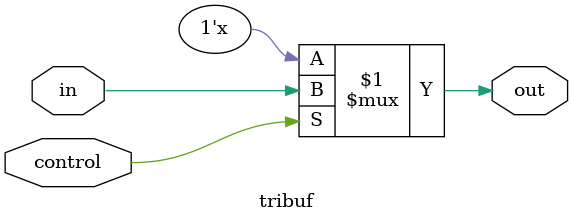
<source format=v>
module tribuf (out, in, control);
	input in, control;
	output out;
	
	assign #2 out = control ? in : 1'bz;
endmodule

</source>
